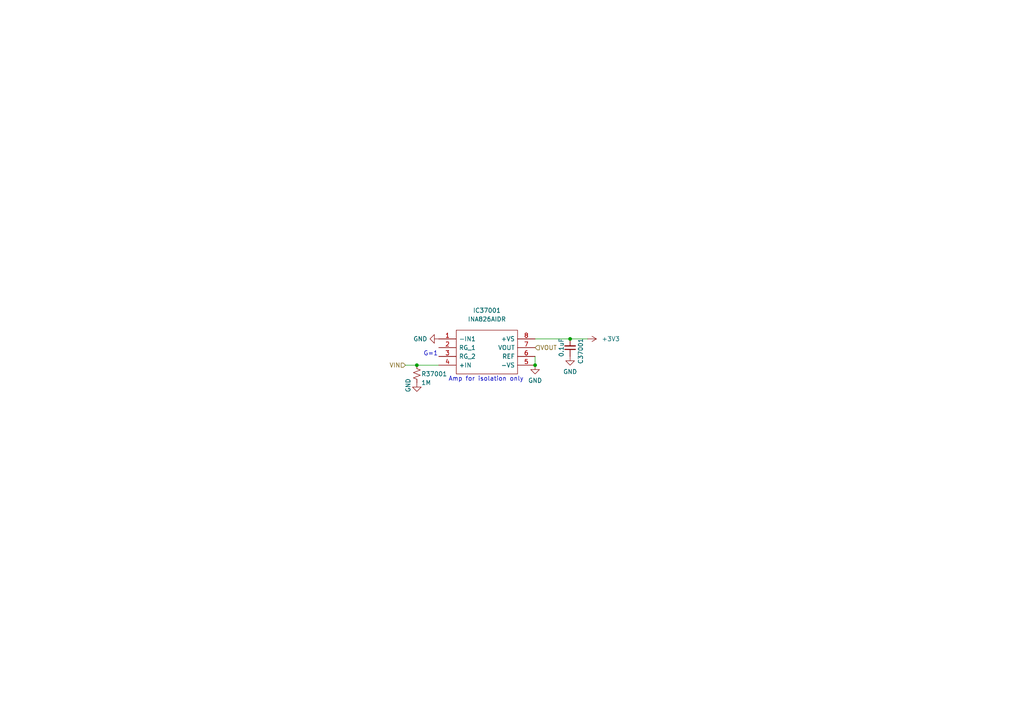
<source format=kicad_sch>
(kicad_sch (version 20231120) (generator "eeschema") (generator_version "8.0")
  (paper "A4")
  (lib_symbols
    (symbol "Device:C_Small" (pin_numbers hide) (pin_names (offset 0.254) hide)
      (property "Reference" "C" (at 0.254 1.778 0))
      (property "Value" "C_Small" (at 0.254 -2.032 0))
      (symbol "C_Small_0_1"
        (polyline (pts (xy -1.524 -0.508) (xy 1.524 -0.508)) (stroke (width 0.3302)))
        (polyline (pts (xy -1.524 0.508) (xy 1.524 0.508)) (stroke (width 0.3048)))
      )
      (symbol "C_Small_1_1"
        (pin passive line (at 0 2.54 270) (length 2.032) (name "~") (number "1"))
        (pin passive line (at 0 -2.54 90) (length 2.032) (name "~") (number "2"))
      )
    )
    (symbol "Device:R_Small_US" (pin_numbers hide) (pin_names (offset 0.254) hide)
      (property "Reference" "R" (at 0.762 0.508 0))
      (property "Value" "R_Small_US" (at 0.762 -1.016 0))
      (symbol "R_Small_US_1_1"
        (polyline (pts (xy 0 0) (xy 1.016 -0.381) (xy 0 -0.762) (xy -1.016 -1.143) (xy 0 -1.524)))
        (polyline (pts (xy 0 1.524) (xy 1.016 1.143) (xy 0 0.762) (xy -1.016 0.381) (xy 0 0)))
        (pin passive line (at 0 2.54 270) (length 1.016) (name "~") (number "1"))
        (pin passive line (at 0 -2.54 90) (length 1.016) (name "~") (number "2"))
      )
    )
    (symbol "aaa:INA826AIDR" (pin_names (offset 0.762))
      (property "Reference" "IC" (at 24.13 7.62 0))
      (property "Value" "INA826AIDR" (at 24.13 5.08 0))
      (symbol "INA826AIDR_0_0"
        (pin passive line (at 0 0 0) (length 5.08) (name "-IN1") (number "1"))
        (pin passive line (at 0 -2.54 0) (length 5.08) (name "RG_1") (number "2"))
        (pin passive line (at 0 -5.08 0) (length 5.08) (name "RG_2") (number "3"))
        (pin passive line (at 0 -7.62 0) (length 5.08) (name "+IN") (number "4"))
        (pin passive line (at 27.94 -7.62 180) (length 5.08) (name "-VS") (number "5"))
        (pin passive line (at 27.94 -5.08 180) (length 5.08) (name "REF") (number "6"))
        (pin passive line (at 27.94 -2.54 180) (length 5.08) (name "VOUT") (number "7"))
        (pin passive line (at 27.94 0 180) (length 5.08) (name "+VS") (number "8"))
      )
      (symbol "INA826AIDR_0_1"
        (polyline (pts (xy 5.08 2.54) (xy 22.86 2.54) (xy 22.86 -10.16) (xy 5.08 -10.16) (xy 5.08 2.54)) (stroke (width 0.1524)))
      )
    )
    (symbol "power:+3V3" (power) (pin_numbers hide) (pin_names (offset 0) hide)
      (property "Value" "+3V3" (at 0 3.556 0))
      (symbol "+3V3_0_1"
        (polyline (pts (xy -0.762 1.27) (xy 0 2.54)))
        (polyline (pts (xy 0 0) (xy 0 2.54)))
        (polyline (pts (xy 0 2.54) (xy 0.762 1.27)))
      )
      (symbol "+3V3_1_1"
        (pin power_in line (at 0 0 90) (length 0) (name "~") (number "1"))
      )
    )
    (symbol "power:GND" (power) (pin_names (offset 0))
      (property "Value" "GND" (at 0 -3.81 0))
      (symbol "GND_0_1"
        (polyline (pts (xy 0 0) (xy 0 -1.27) (xy 1.27 -1.27) (xy 0 -2.54) (xy -1.27 -1.27) (xy 0 -1.27)))
      )
      (symbol "GND_1_1"
        (pin power_in line (at 0 0 270) (length 0) hide (name "GND") (number "1"))
      )
    )
  )
  (junction (at 165.354 98.298))
  (junction (at 120.904 105.918))
  (junction (at 155.194 105.918))
  (wire (pts (xy 155.194 103.378) (xy 155.194 105.918)))
  (wire (pts (xy 127.254 105.918) (xy 120.904 105.918)))
  (wire (pts (xy 165.354 98.298) (xy 170.434 98.298)))
  (wire (pts (xy 117.602 105.918) (xy 120.904 105.918)))
  (wire (pts (xy 155.194 98.298) (xy 165.354 98.298)))
  (text "Amp for isolation only" (at 130.048 110.744 0) (effects (font (size 1.27 1.27)) (justify left bottom)))
  (text "G=1" (at 122.809 103.378 0) (effects (font (size 1.27 1.27)) (justify left bottom)))
  (hierarchical_label "VOUT" (shape input) (at 155.194 100.838 0))
  (hierarchical_label "VIN" (shape input) (at 117.602 105.918 180))
  (symbol (lib_id "power:GND") (at 155.194 105.918 0) (unit 1)
    (property "Reference" "#PWR37003" (effects (hide yes)))
    (property "Value" "GND" (at 155.194 110.363 0))
    (instances (project "analog_frontend_panel" (path "" (reference "#PWR37003") (unit 1)) (path "" (reference "#PWR34003") (unit 1))))
  )
  (symbol (lib_id "power:GND") (at 165.354 103.378 0) (unit 1)
    (property "Reference" "#PWR37004" (effects (hide yes)))
    (property "Value" "GND" (at 165.354 107.823 0))
    (instances (project "analog_frontend_panel" (path "" (reference "#PWR37004") (unit 1)) (path "" (reference "#PWR34004") (unit 1))))
  )
  (symbol (lib_id "power:GND") (at 120.904 110.998 0) (unit 1)
    (property "Reference" "#PWR37001" (effects (hide yes)))
    (property "Value" "GND" (at 118.364 109.728 90) (effects (justify right)))
    (instances (project "analog_frontend_panel" (path "" (reference "#PWR37001") (unit 1)) (path "" (reference "#PWR34001") (unit 1))))
  )
  (symbol (lib_id "power:GND") (at 127.254 98.298 270) (unit 1)
    (property "Reference" "#PWR37002" (effects (hide yes)))
    (property "Value" "GND" (at 123.952 98.2979 90) (effects (justify right)))
    (instances (project "analog_frontend_panel" (path "" (reference "#PWR37002") (unit 1)) (path "" (reference "#PWR34002") (unit 1))))
  )
  (symbol (lib_id "power:+3V3") (at 170.434 98.298 270) (unit 1)
    (property "Reference" "#PWR37005" (effects (hide yes)))
    (property "Value" "+3V3" (at 174.498 98.2979 90) (effects (justify left)))
    (property "Description" "Power symbol creates a global label with name \"+3V3\"" (effects (hide yes)))
    (instances (project "analog_frontend_panel" (path "" (reference "#PWR37005") (unit 1)) (path "" (reference "#PWR34005") (unit 1))))
  )
  (symbol (lib_id "Device:R_Small_US") (at 120.904 108.458 0) (unit 1)
    (property "Reference" "R37001" (at 122.174 108.458 0) (effects (justify left)))
    (property "Value" "1M" (at 122.174 110.998 0) (effects (justify left)))
    (property "Footprint" "Resistor_SMD:R_0402_1005Metric" (effects (hide yes)))
    (instances (project "analog_frontend_panel" (path "" (reference "R37001") (unit 1)) (path "" (reference "R34001") (unit 1))))
  )
  (symbol (lib_id "Device:C_Small") (at 165.354 100.838 180) (unit 1)
    (property "Reference" "C37001" (at 168.402 101.854 90))
    (property "Value" "0.1uF" (at 162.814 100.838 90))
    (property "Footprint" "Capacitor_SMD:C_0402_1005Metric" (effects (hide yes)))
    (instances (project "analog_frontend_panel" (path "" (reference "C37001") (unit 1)) (path "" (reference "C34002") (unit 1))))
  )
  (symbol (lib_id "aaa:INA826AIDR") (at 127.254 98.298 0) (unit 1)
    (property "Reference" "IC37001" (at 141.224 90.043 0))
    (property "Value" "INA826AIDR" (at 141.224 92.583 0))
    (property "Footprint" "aaa:SOIC127P600X175-8N" (effects (hide yes)))
    (property "Datasheet" "http://www.ti.com/lit/gpn/ina826" (effects (hide yes)))
    (property "Description" "Precision, 200-uA Supply Current, 36-V Supply Instrumentation Amplifier" (effects (hide yes)))
    (property "Height" "1.75" (effects (hide yes)))
    (property "Manufacturer_Name" "Texas Instruments" (effects (hide yes)))
    (property "Manufacturer_Part_Number" "INA826AIDR" (effects (hide yes)))
    (property "Mouser Part Number" "595-INA826AIDR" (effects (hide yes)))
    (property "Mouser Price/Stock" "https://www.mouser.co.uk/ProductDetail/Texas-Instruments/INA826AIDR?qs=RqytGdBYyUFuQNJtlkA6aQ%3D%3D" (effects (hide yes)))
    (property "Arrow Part Number" "INA826AIDR" (effects (hide yes)))
    (property "Arrow Price/Stock" "https://www.arrow.com/en/products/ina826aidr/texas-instruments?region=nac" (effects (hide yes)))
    (property "LCSC" "C38433" (effects (hide yes)))
    (instances (project "analog_frontend_panel" (path "" (reference "IC37001") (unit 1)) (path "" (reference "IC34002") (unit 1))))
  )
)
</source>
